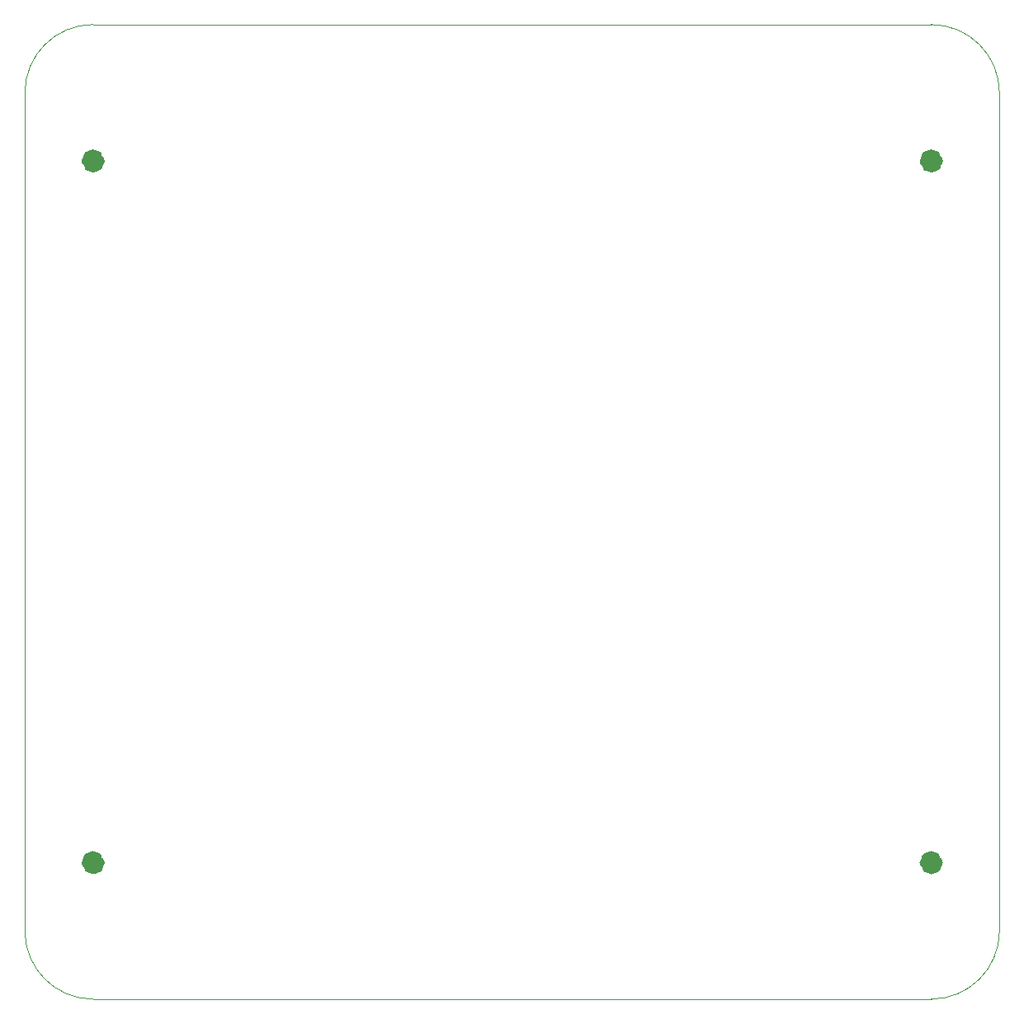
<source format=gbr>
%TF.GenerationSoftware,KiCad,Pcbnew,(6.0.11)*%
%TF.CreationDate,2023-04-03T14:35:14+03:00*%
%TF.ProjectId,STM32Custom,53544d33-3243-4757-9374-6f6d2e6b6963,rev?*%
%TF.SameCoordinates,Original*%
%TF.FileFunction,Profile,NP*%
%FSLAX46Y46*%
G04 Gerber Fmt 4.6, Leading zero omitted, Abs format (unit mm)*
G04 Created by KiCad (PCBNEW (6.0.11)) date 2023-04-03 14:35:14*
%MOMM*%
%LPD*%
G01*
G04 APERTURE LIST*
%TA.AperFunction,Profile*%
%ADD10C,0.100000*%
%TD*%
%TA.AperFunction,Profile*%
%ADD11C,1.202000*%
%TD*%
G04 APERTURE END LIST*
D10*
X164475000Y-129000000D02*
G75*
G03*
X171475000Y-122000000I0J7000000D01*
G01*
D11*
X79076000Y-115000000D02*
G75*
G03*
X79076000Y-115000000I-601000J0D01*
G01*
X165076000Y-115000000D02*
G75*
G03*
X165076000Y-115000000I-601000J0D01*
G01*
X165076000Y-43000000D02*
G75*
G03*
X165076000Y-43000000I-601000J0D01*
G01*
D10*
X71475000Y-122000000D02*
G75*
G03*
X78475000Y-129000000I7000000J0D01*
G01*
X78475000Y-29000000D02*
G75*
G03*
X71475000Y-36000000I0J-7000000D01*
G01*
X164475000Y-29000000D02*
X78475000Y-29000000D01*
X71475000Y-36000000D02*
X71475000Y-122000000D01*
D11*
X79076000Y-43000000D02*
G75*
G03*
X79076000Y-43000000I-601000J0D01*
G01*
D10*
X171475000Y-79000000D02*
X171475000Y-36000000D01*
X171475000Y-36000000D02*
G75*
G03*
X164475000Y-29000000I-7000000J0D01*
G01*
X78475000Y-129000000D02*
X164475000Y-129000000D01*
X171475000Y-122000000D02*
X171475000Y-79000000D01*
M02*

</source>
